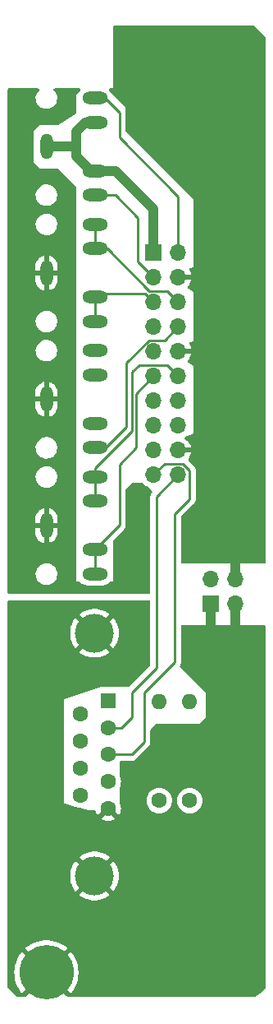
<source format=gbl>
%TF.GenerationSoftware,KiCad,Pcbnew,(6.0.0)*%
%TF.CreationDate,2022-03-13T21:14:02-04:00*%
%TF.ProjectId,PCI bracket board,50434920-6272-4616-936b-657420626f61,rev?*%
%TF.SameCoordinates,Original*%
%TF.FileFunction,Copper,L2,Bot*%
%TF.FilePolarity,Positive*%
%FSLAX46Y46*%
G04 Gerber Fmt 4.6, Leading zero omitted, Abs format (unit mm)*
G04 Created by KiCad (PCBNEW (6.0.0)) date 2022-03-13 21:14:02*
%MOMM*%
%LPD*%
G01*
G04 APERTURE LIST*
%TA.AperFunction,ComponentPad*%
%ADD10O,1.308000X2.616000*%
%TD*%
%TA.AperFunction,ComponentPad*%
%ADD11O,2.616000X1.308000*%
%TD*%
%TA.AperFunction,ComponentPad*%
%ADD12R,1.700000X1.700000*%
%TD*%
%TA.AperFunction,ComponentPad*%
%ADD13O,1.700000X1.700000*%
%TD*%
%TA.AperFunction,ComponentPad*%
%ADD14C,4.000000*%
%TD*%
%TA.AperFunction,ComponentPad*%
%ADD15R,1.600000X1.600000*%
%TD*%
%TA.AperFunction,ComponentPad*%
%ADD16C,1.600000*%
%TD*%
%TA.AperFunction,ComponentPad*%
%ADD17O,1.600000X1.600000*%
%TD*%
%TA.AperFunction,ComponentPad*%
%ADD18C,5.600000*%
%TD*%
%TA.AperFunction,ViaPad*%
%ADD19C,0.800000*%
%TD*%
%TA.AperFunction,Conductor*%
%ADD20C,1.000000*%
%TD*%
%TA.AperFunction,Conductor*%
%ADD21C,0.250000*%
%TD*%
G04 APERTURE END LIST*
D10*
%TO.P,J4,1*%
%TO.N,GNDA*%
X4503800Y-26000000D03*
D11*
%TO.P,J4,2*%
%TO.N,/Line out left*%
X9503800Y-31000000D03*
%TO.P,J4,3*%
%TO.N,/Line out right*%
X9503800Y-21000000D03*
%TO.P,J4,10*%
%TO.N,/Line out left*%
X9503800Y-28500000D03*
%TO.P,J4,11*%
%TO.N,/Line out right*%
X9503800Y-23500000D03*
%TD*%
D12*
%TO.P,J1,1,Pin_1*%
%TO.N,GNDD*%
X21508800Y-60076000D03*
D13*
%TO.P,J1,2,Pin_2*%
%TO.N,unconnected-(J1-Pad2)*%
X21508800Y-57536000D03*
%TO.P,J1,3,Pin_3*%
%TO.N,GNDD*%
X24048800Y-60076000D03*
%TO.P,J1,4,Pin_4*%
%TO.N,GNDA*%
X24048800Y-57536000D03*
%TD*%
D14*
%TO.P,J7,0,PAD*%
%TO.N,GNDD*%
X9466331Y-88080400D03*
X9466331Y-63080400D03*
D15*
%TO.P,J7,1,1*%
%TO.N,Net-(J7-Pad1)*%
X10886331Y-70040400D03*
D16*
%TO.P,J7,2,2*%
%TO.N,/Rx*%
X10886331Y-72810400D03*
%TO.P,J7,3,3*%
%TO.N,/Tx*%
X10886331Y-75580400D03*
%TO.P,J7,4,4*%
%TO.N,Net-(J7-Pad4)*%
X10886331Y-78350400D03*
%TO.P,J7,5,5*%
%TO.N,GNDD*%
X10886331Y-81120400D03*
%TO.P,J7,6,6*%
%TO.N,Net-(J7-Pad1)*%
X8046331Y-71425400D03*
%TO.P,J7,7,7*%
%TO.N,Net-(J7-Pad7)*%
X8046331Y-74195400D03*
%TO.P,J7,8,8*%
%TO.N,Net-(J7-Pad8)*%
X8046331Y-76965400D03*
%TO.P,J7,9,9*%
%TO.N,unconnected-(J7-Pad9)*%
X8046331Y-79735400D03*
%TD*%
%TO.P,AR1,1*%
%TO.N,Net-(J7-Pad4)*%
X16154400Y-80314800D03*
D17*
%TO.P,AR1,2*%
%TO.N,Net-(J7-Pad1)*%
X16154400Y-70154800D03*
%TD*%
D12*
%TO.P,W8,1,Pin_1*%
%TO.N,/Mic pass through*%
X15584400Y-23931800D03*
D13*
%TO.P,W8,2,Pin_2*%
%TO.N,/Mic right*%
X18124400Y-23931800D03*
%TO.P,W8,3,Pin_3*%
%TO.N,/Mic left*%
X15584400Y-26471800D03*
%TO.P,W8,4,Pin_4*%
%TO.N,GNDA*%
X18124400Y-26471800D03*
%TO.P,W8,5,Pin_5*%
%TO.N,/Line out left*%
X15584400Y-29011800D03*
%TO.P,W8,6,Pin_6*%
%TO.N,/Line out right*%
X18124400Y-29011800D03*
%TO.P,W8,7,Pin_7*%
%TO.N,GNDA*%
X15584400Y-31551800D03*
%TO.P,W8,8,Pin_8*%
%TO.N,/Speaker in left*%
X18124400Y-31551800D03*
%TO.P,W8,9,Pin_9*%
%TO.N,/Speaker in right*%
X15584400Y-34091800D03*
%TO.P,W8,10,Pin_10*%
%TO.N,GNDA*%
X18124400Y-34091800D03*
%TO.P,W8,11,Pin_11*%
%TO.N,/Speaker out left*%
X15584400Y-36631800D03*
%TO.P,W8,12,Pin_12*%
%TO.N,/Speaker out right*%
X18124400Y-36631800D03*
%TO.P,W8,13,Pin_13*%
%TO.N,unconnected-(W8-Pad13)*%
X15584400Y-39171800D03*
%TO.P,W8,14,Pin_14*%
%TO.N,unconnected-(W8-Pad14)*%
X18124400Y-39171800D03*
%TO.P,W8,15,Pin_15*%
%TO.N,unconnected-(W8-Pad15)*%
X15584400Y-41711800D03*
%TO.P,W8,16,Pin_16*%
%TO.N,unconnected-(W8-Pad16)*%
X18124400Y-41711800D03*
%TO.P,W8,17,Pin_17*%
%TO.N,unconnected-(W8-Pad17)*%
X15584400Y-44251800D03*
%TO.P,W8,18,Pin_18*%
%TO.N,GNDA*%
X18124400Y-44251800D03*
%TO.P,W8,19,Pin_19*%
%TO.N,/Tx*%
X15584400Y-46791800D03*
%TO.P,W8,20,Pin_20*%
%TO.N,/Rx*%
X18124400Y-46791800D03*
%TD*%
D10*
%TO.P,J3,1*%
%TO.N,/Mic pass through*%
X4503800Y-13000000D03*
D11*
%TO.P,J3,2*%
%TO.N,/Mic left*%
X9503800Y-18000000D03*
%TO.P,J3,3*%
%TO.N,/Mic right*%
X9503800Y-8000000D03*
%TO.P,J3,10*%
%TO.N,/Mic pass through*%
X9503800Y-15500000D03*
%TO.P,J3,11*%
X9503800Y-10500000D03*
%TD*%
D10*
%TO.P,J6,1*%
%TO.N,GNDA*%
X4503800Y-52000000D03*
D11*
%TO.P,J6,2*%
%TO.N,/Speaker out left*%
X9503800Y-57000000D03*
%TO.P,J6,3*%
%TO.N,/Speaker out right*%
X9503800Y-47000000D03*
%TO.P,J6,10*%
%TO.N,/Speaker out left*%
X9503800Y-54500000D03*
%TO.P,J6,11*%
%TO.N,/Speaker out right*%
X9503800Y-49500000D03*
%TD*%
D16*
%TO.P,AR2,1*%
%TO.N,Net-(J7-Pad8)*%
X19304000Y-80314800D03*
D17*
%TO.P,AR2,2*%
%TO.N,Net-(J7-Pad7)*%
X19304000Y-70154800D03*
%TD*%
D18*
%TO.P,REF\u002A\u002A,1*%
%TO.N,GNDD*%
X4500000Y-98000000D03*
%TD*%
D10*
%TO.P,J5,1*%
%TO.N,GNDA*%
X4503800Y-39000000D03*
D11*
%TO.P,J5,2*%
%TO.N,/Speaker in left*%
X9503800Y-44000000D03*
%TO.P,J5,3*%
%TO.N,/Speaker in right*%
X9503800Y-34000000D03*
%TO.P,J5,10*%
%TO.N,GNDA*%
X9503800Y-41500000D03*
%TO.P,J5,11*%
X9503800Y-36500000D03*
%TD*%
D19*
%TO.N,GNDD*%
X16510000Y-97790000D03*
X1905000Y-86995000D03*
X25400000Y-76200000D03*
X4445000Y-68580000D03*
X1905000Y-92710000D03*
X20320000Y-95250000D03*
X1905000Y-76835000D03*
X1905000Y-60960000D03*
X16510000Y-95250000D03*
X16510000Y-92710000D03*
X1905000Y-81915000D03*
X16510000Y-89535000D03*
X25400000Y-97790000D03*
X1905000Y-66675000D03*
X25400000Y-90805000D03*
X25400000Y-83820000D03*
X25400000Y-70485000D03*
X1905000Y-71755000D03*
X20320000Y-97790000D03*
X20320000Y-92710000D03*
%TO.N,GNDA*%
X25400000Y-7620000D03*
X13335000Y-2540000D03*
X18415000Y-2540000D03*
X25400000Y-20955000D03*
X15240000Y-8890000D03*
X19050000Y-53975000D03*
X25400000Y-15240000D03*
X25400000Y-50800000D03*
X22225000Y-8890000D03*
X22225000Y-3175000D03*
X25400000Y-41275000D03*
X25400000Y-26670000D03*
X25400000Y-45720000D03*
X25400000Y-53975000D03*
X20955000Y-26670000D03*
X25400000Y-34290000D03*
%TD*%
D20*
%TO.N,GNDD*%
X21508800Y-65323800D02*
X21508800Y-60076000D01*
X24048800Y-67863800D02*
X21508800Y-65323800D01*
X24048800Y-69133800D02*
X25400000Y-70485000D01*
X24048800Y-67863800D02*
X24048800Y-69133800D01*
X24048800Y-60076000D02*
X24048800Y-67863800D01*
%TO.N,GNDA*%
X24048800Y-55326200D02*
X25400000Y-53975000D01*
X24048800Y-57536000D02*
X24048800Y-55326200D01*
%TO.N,/Mic pass through*%
X7620000Y-12700000D02*
X7620000Y-11430000D01*
X7320000Y-13000000D02*
X7620000Y-12700000D01*
X7620000Y-11430000D02*
X8550000Y-10500000D01*
X9150000Y-15500000D02*
X7620000Y-13970000D01*
X11690000Y-15500000D02*
X15584400Y-19394400D01*
X9503800Y-15500000D02*
X9150000Y-15500000D01*
X15584400Y-19394400D02*
X15584400Y-23931800D01*
X9503800Y-15500000D02*
X11690000Y-15500000D01*
X4503800Y-13000000D02*
X7320000Y-13000000D01*
X8550000Y-10500000D02*
X9503800Y-10500000D01*
X7620000Y-13970000D02*
X7620000Y-12700000D01*
D21*
%TO.N,/Mic left*%
X9503800Y-18000000D02*
X11650000Y-18000000D01*
X11650000Y-18000000D02*
X13970000Y-20320000D01*
X13970000Y-20320000D02*
X13970000Y-24857400D01*
X13970000Y-24857400D02*
X15584400Y-26471800D01*
%TO.N,/Mic right*%
X12065000Y-9525000D02*
X12065000Y-12065000D01*
X10540000Y-8000000D02*
X12065000Y-9525000D01*
X9503800Y-8000000D02*
X10540000Y-8000000D01*
X12065000Y-12065000D02*
X18124400Y-18124400D01*
X18124400Y-18124400D02*
X18124400Y-23931800D01*
%TO.N,/Line out left*%
X9842000Y-28161800D02*
X9503800Y-28500000D01*
X14734400Y-28161800D02*
X9842000Y-28161800D01*
X15584400Y-29011800D02*
X14734400Y-28161800D01*
X9503800Y-31000000D02*
X9503800Y-28500000D01*
%TO.N,/Line out right*%
X18124400Y-29011800D02*
X16949889Y-27837289D01*
X15137289Y-27837289D02*
X10800000Y-23500000D01*
X9503800Y-21000000D02*
X9503800Y-23500000D01*
X10800000Y-23500000D02*
X9503800Y-23500000D01*
X16949889Y-27837289D02*
X15137289Y-27837289D01*
%TO.N,/Speaker in left*%
X15097901Y-32917289D02*
X12789511Y-35225679D01*
X18124400Y-31551800D02*
X16758911Y-32917289D01*
X10610000Y-44000000D02*
X9503800Y-44000000D01*
X12789511Y-41820489D02*
X10610000Y-44000000D01*
X16758911Y-32917289D02*
X15097901Y-32917289D01*
X12789511Y-35225679D02*
X12789511Y-41820489D01*
%TO.N,/Speaker out left*%
X12065000Y-45720000D02*
X12065000Y-51938800D01*
X12065000Y-51938800D02*
X9503800Y-54500000D01*
X13784520Y-44000480D02*
X12065000Y-45720000D01*
X15584400Y-36631800D02*
X13784520Y-38431680D01*
X13784520Y-38431680D02*
X13784520Y-44000480D01*
X9503800Y-57000000D02*
X9503800Y-54500000D01*
%TO.N,/Speaker out right*%
X9503800Y-49500000D02*
X9503800Y-47000000D01*
X14072711Y-35457289D02*
X13335000Y-36195000D01*
X9503800Y-46096000D02*
X9503800Y-47000000D01*
X13335000Y-36195000D02*
X13335000Y-42264800D01*
X13335000Y-42264800D02*
X9503800Y-46096000D01*
X18124400Y-36631800D02*
X16949889Y-35457289D01*
X16949889Y-35457289D02*
X14072711Y-35457289D01*
%TO.N,/Rx*%
X13335000Y-69215000D02*
X15875000Y-66675000D01*
X15875000Y-66675000D02*
X15875000Y-49041200D01*
X13335000Y-71755000D02*
X13335000Y-69215000D01*
X12279600Y-72810400D02*
X13335000Y-71755000D01*
X10886331Y-72810400D02*
X12279600Y-72810400D01*
X15875000Y-49041200D02*
X18124400Y-46791800D01*
%TO.N,/Tx*%
X19298911Y-46305301D02*
X18610899Y-45617289D01*
X16758911Y-45617289D02*
X15584400Y-46791800D01*
X14605000Y-74295000D02*
X14605000Y-69215000D01*
X10886331Y-75580400D02*
X13319600Y-75580400D01*
X17780000Y-66040000D02*
X17780000Y-50800000D01*
X13319600Y-75580400D02*
X14605000Y-74295000D01*
X19298911Y-49281089D02*
X19298911Y-46305301D01*
X18610899Y-45617289D02*
X16758911Y-45617289D01*
X14605000Y-69215000D02*
X17780000Y-66040000D01*
X17780000Y-50800000D02*
X19298911Y-49281089D01*
%TD*%
%TA.AperFunction,Conductor*%
%TO.N,GNDA*%
G36*
X3708861Y-7005002D02*
G01*
X3755354Y-7058658D01*
X3765458Y-7128932D01*
X3735964Y-7193512D01*
X3735878Y-7193602D01*
X3735880Y-7193604D01*
X3597248Y-7353363D01*
X3594248Y-7358549D01*
X3594245Y-7358553D01*
X3547112Y-7440026D01*
X3491327Y-7536454D01*
X3421939Y-7736271D01*
X3391587Y-7945604D01*
X3401367Y-8156899D01*
X3450925Y-8362534D01*
X3453407Y-8367992D01*
X3453408Y-8367996D01*
X3496853Y-8463546D01*
X3538474Y-8555087D01*
X3660854Y-8727611D01*
X3813650Y-8873881D01*
X3991348Y-8988620D01*
X3996914Y-8990863D01*
X4181968Y-9065442D01*
X4181971Y-9065443D01*
X4187537Y-9067686D01*
X4395137Y-9108228D01*
X4400699Y-9108500D01*
X4556646Y-9108500D01*
X4714366Y-9093452D01*
X4917334Y-9033908D01*
X5000911Y-8990863D01*
X5100049Y-8939804D01*
X5100052Y-8939802D01*
X5105380Y-8937058D01*
X5271720Y-8806396D01*
X5275652Y-8801865D01*
X5275655Y-8801862D01*
X5406421Y-8651167D01*
X5410352Y-8646637D01*
X5413352Y-8641451D01*
X5413355Y-8641447D01*
X5513267Y-8468742D01*
X5516273Y-8463546D01*
X5585661Y-8263729D01*
X5616013Y-8054396D01*
X5606233Y-7843101D01*
X5556675Y-7637466D01*
X5542909Y-7607188D01*
X5471606Y-7450368D01*
X5469126Y-7444913D01*
X5346746Y-7272389D01*
X5342419Y-7268247D01*
X5342414Y-7268241D01*
X5273236Y-7202018D01*
X5237859Y-7140463D01*
X5241378Y-7069554D01*
X5282674Y-7011803D01*
X5348637Y-6985547D01*
X5360366Y-6985000D01*
X7916792Y-6985000D01*
X7984913Y-7005002D01*
X8031406Y-7058658D01*
X8041510Y-7128932D01*
X8009317Y-7196528D01*
X8004243Y-7202018D01*
X7939193Y-7272389D01*
X7923576Y-7289283D01*
X7920494Y-7294168D01*
X7884685Y-7350922D01*
X7867218Y-7372782D01*
X7620000Y-7620000D01*
X7620000Y-9457567D01*
X7599998Y-9525688D01*
X7563892Y-9562405D01*
X5746743Y-10773838D01*
X5676851Y-10795000D01*
X3810000Y-10795000D01*
X3175000Y-11430000D01*
X3175000Y-14605000D01*
X3810000Y-15240000D01*
X5662810Y-15240000D01*
X5730931Y-15260002D01*
X5751905Y-15276905D01*
X7583095Y-17108095D01*
X7617121Y-17170407D01*
X7620000Y-17197190D01*
X7620000Y-57785000D01*
X7934820Y-57785000D01*
X8002941Y-57805002D01*
X8029552Y-57827923D01*
X8042348Y-57842514D01*
X8042352Y-57842518D01*
X8046160Y-57846860D01*
X8213945Y-57979131D01*
X8219056Y-57981820D01*
X8219059Y-57981822D01*
X8238376Y-57991985D01*
X8403025Y-58078611D01*
X8408546Y-58080325D01*
X8408550Y-58080327D01*
X8601552Y-58140256D01*
X8601557Y-58140257D01*
X8607067Y-58141968D01*
X8637518Y-58145572D01*
X8776855Y-58162064D01*
X8776861Y-58162064D01*
X8780542Y-58162500D01*
X10211996Y-58162500D01*
X10321940Y-58152397D01*
X10364801Y-58148459D01*
X10364803Y-58148459D01*
X10370556Y-58147930D01*
X10514417Y-58107357D01*
X10570628Y-58091504D01*
X10570630Y-58091503D01*
X10576187Y-58089936D01*
X10581363Y-58087384D01*
X10581367Y-58087382D01*
X10762626Y-57997995D01*
X10767807Y-57995440D01*
X10773937Y-57990863D01*
X10934373Y-57871060D01*
X10934374Y-57871059D01*
X10938997Y-57867607D01*
X10977947Y-57825471D01*
X11038876Y-57789026D01*
X11070472Y-57785000D01*
X11430000Y-57785000D01*
X11430000Y-53521895D01*
X11450002Y-53453774D01*
X11466905Y-53432800D01*
X12457253Y-52442452D01*
X12465539Y-52434912D01*
X12472018Y-52430800D01*
X12518644Y-52381148D01*
X12521398Y-52378307D01*
X12541135Y-52358570D01*
X12543615Y-52355373D01*
X12551320Y-52346351D01*
X12576159Y-52319900D01*
X12581586Y-52314121D01*
X12585405Y-52307175D01*
X12585407Y-52307172D01*
X12591348Y-52296366D01*
X12602199Y-52279847D01*
X12609758Y-52270101D01*
X12614614Y-52263841D01*
X12617759Y-52256572D01*
X12617762Y-52256568D01*
X12632174Y-52223263D01*
X12637391Y-52212613D01*
X12658695Y-52173860D01*
X12663733Y-52154237D01*
X12670137Y-52135534D01*
X12675031Y-52124225D01*
X12675032Y-52124223D01*
X12678181Y-52116945D01*
X12679422Y-52109112D01*
X12681632Y-52101504D01*
X12682731Y-52101823D01*
X12690256Y-52079744D01*
X12700000Y-52070000D01*
X12700000Y-51989106D01*
X12701551Y-51969396D01*
X12701980Y-51966687D01*
X12701980Y-51966686D01*
X12703220Y-51958857D01*
X12700559Y-51930706D01*
X12700000Y-51918849D01*
X12700000Y-48312190D01*
X12720002Y-48244069D01*
X12736905Y-48223095D01*
X13298095Y-47661905D01*
X13360407Y-47627879D01*
X13387190Y-47625000D01*
X14451184Y-47625000D01*
X14519305Y-47645002D01*
X14546421Y-47668502D01*
X14627265Y-47761831D01*
X14627269Y-47761835D01*
X14630650Y-47765738D01*
X14802526Y-47908432D01*
X14845175Y-47933354D01*
X14995174Y-48021006D01*
X15020699Y-48040699D01*
X15411053Y-48431053D01*
X15445079Y-48493365D01*
X15440014Y-48564180D01*
X15411054Y-48609241D01*
X15398865Y-48621430D01*
X15396385Y-48624627D01*
X15388682Y-48633647D01*
X15358414Y-48665879D01*
X15354595Y-48672825D01*
X15354593Y-48672828D01*
X15348652Y-48683634D01*
X15337801Y-48700153D01*
X15325386Y-48716159D01*
X15322241Y-48723428D01*
X15322238Y-48723432D01*
X15307826Y-48756737D01*
X15302609Y-48767387D01*
X15281305Y-48806140D01*
X15279334Y-48813815D01*
X15279334Y-48813816D01*
X15276267Y-48825762D01*
X15269863Y-48844466D01*
X15261819Y-48863055D01*
X15260580Y-48870878D01*
X15260577Y-48870888D01*
X15254901Y-48906724D01*
X15252495Y-48918344D01*
X15241500Y-48961170D01*
X15241500Y-48981424D01*
X15239949Y-49001134D01*
X15236780Y-49021143D01*
X15237526Y-49029035D01*
X15240941Y-49065161D01*
X15241500Y-49077019D01*
X15241500Y-55873104D01*
X15240759Y-55880000D01*
X15240000Y-55880000D01*
X15240000Y-58929000D01*
X15219998Y-58997121D01*
X15166342Y-59043614D01*
X15114000Y-59055000D01*
X634000Y-59055000D01*
X565879Y-59034998D01*
X519386Y-58981342D01*
X508000Y-58929000D01*
X508000Y-56945604D01*
X3391587Y-56945604D01*
X3401367Y-57156899D01*
X3450925Y-57362534D01*
X3453407Y-57367992D01*
X3453408Y-57367996D01*
X3496853Y-57463546D01*
X3538474Y-57555087D01*
X3660854Y-57727611D01*
X3813650Y-57873881D01*
X3991348Y-57988620D01*
X4051446Y-58012840D01*
X4181968Y-58065442D01*
X4181971Y-58065443D01*
X4187537Y-58067686D01*
X4395137Y-58108228D01*
X4400699Y-58108500D01*
X4556646Y-58108500D01*
X4714366Y-58093452D01*
X4917334Y-58033908D01*
X4922662Y-58031164D01*
X5100049Y-57939804D01*
X5100052Y-57939802D01*
X5105380Y-57937058D01*
X5271720Y-57806396D01*
X5275652Y-57801865D01*
X5275655Y-57801862D01*
X5406421Y-57651167D01*
X5410352Y-57646637D01*
X5413352Y-57641451D01*
X5413355Y-57641447D01*
X5513267Y-57468742D01*
X5516273Y-57463546D01*
X5585661Y-57263729D01*
X5609879Y-57096702D01*
X5615152Y-57060336D01*
X5615152Y-57060333D01*
X5616013Y-57054396D01*
X5606233Y-56843101D01*
X5556675Y-56637466D01*
X5513325Y-56542122D01*
X5471606Y-56450368D01*
X5469126Y-56444913D01*
X5346746Y-56272389D01*
X5193950Y-56126119D01*
X5016252Y-56011380D01*
X4956154Y-55987160D01*
X4825632Y-55934558D01*
X4825629Y-55934557D01*
X4820063Y-55932314D01*
X4612463Y-55891772D01*
X4606901Y-55891500D01*
X4450954Y-55891500D01*
X4293234Y-55906548D01*
X4090266Y-55966092D01*
X4084939Y-55968836D01*
X4084938Y-55968836D01*
X3907551Y-56060196D01*
X3907548Y-56060198D01*
X3902220Y-56062942D01*
X3735880Y-56193604D01*
X3731948Y-56198135D01*
X3731945Y-56198138D01*
X3613354Y-56334802D01*
X3597248Y-56353363D01*
X3594248Y-56358549D01*
X3594245Y-56358553D01*
X3547112Y-56440026D01*
X3491327Y-56536454D01*
X3421939Y-56736271D01*
X3391587Y-56945604D01*
X508000Y-56945604D01*
X508000Y-52705278D01*
X3341800Y-52705278D01*
X3342066Y-52711067D01*
X3355834Y-52860908D01*
X3357932Y-52872229D01*
X3412762Y-53066643D01*
X3416887Y-53077390D01*
X3506234Y-53258565D01*
X3512246Y-53268374D01*
X3633104Y-53430225D01*
X3640811Y-53438785D01*
X3789149Y-53575907D01*
X3798274Y-53582908D01*
X3969120Y-53690704D01*
X3979364Y-53695924D01*
X4166997Y-53770782D01*
X4178026Y-53774049D01*
X4232032Y-53784791D01*
X4244906Y-53783639D01*
X4248874Y-53771353D01*
X4757800Y-53771353D01*
X4761606Y-53784315D01*
X4776522Y-53786251D01*
X4800139Y-53782193D01*
X4811259Y-53779213D01*
X5000781Y-53709295D01*
X5011159Y-53704345D01*
X5184767Y-53601059D01*
X5194076Y-53594295D01*
X5345957Y-53461100D01*
X5353867Y-53452765D01*
X5478932Y-53294121D01*
X5485203Y-53284464D01*
X5579254Y-53105702D01*
X5583662Y-53095059D01*
X5643565Y-52902143D01*
X5645955Y-52890899D01*
X5665364Y-52726915D01*
X5665800Y-52719512D01*
X5665800Y-52272115D01*
X5661325Y-52256876D01*
X5659935Y-52255671D01*
X5652252Y-52254000D01*
X4775915Y-52254000D01*
X4760676Y-52258475D01*
X4759471Y-52259865D01*
X4757800Y-52267548D01*
X4757800Y-53771353D01*
X4248874Y-53771353D01*
X4249800Y-53768484D01*
X4249800Y-52272115D01*
X4245325Y-52256876D01*
X4243935Y-52255671D01*
X4236252Y-52254000D01*
X3359915Y-52254000D01*
X3344676Y-52258475D01*
X3343471Y-52259865D01*
X3341800Y-52267548D01*
X3341800Y-52705278D01*
X508000Y-52705278D01*
X508000Y-51727885D01*
X3341800Y-51727885D01*
X3346275Y-51743124D01*
X3347665Y-51744329D01*
X3355348Y-51746000D01*
X4231685Y-51746000D01*
X4246924Y-51741525D01*
X4248129Y-51740135D01*
X4249800Y-51732452D01*
X4249800Y-51727885D01*
X4757800Y-51727885D01*
X4762275Y-51743124D01*
X4763665Y-51744329D01*
X4771348Y-51746000D01*
X5647685Y-51746000D01*
X5662924Y-51741525D01*
X5664129Y-51740135D01*
X5665800Y-51732452D01*
X5665800Y-51294722D01*
X5665534Y-51288933D01*
X5651766Y-51139092D01*
X5649668Y-51127771D01*
X5594838Y-50933357D01*
X5590713Y-50922610D01*
X5501366Y-50741435D01*
X5495354Y-50731626D01*
X5374496Y-50569775D01*
X5366789Y-50561215D01*
X5218451Y-50424093D01*
X5209326Y-50417092D01*
X5038480Y-50309296D01*
X5028236Y-50304076D01*
X4840603Y-50229218D01*
X4829574Y-50225951D01*
X4775568Y-50215209D01*
X4762694Y-50216361D01*
X4757800Y-50231516D01*
X4757800Y-51727885D01*
X4249800Y-51727885D01*
X4249800Y-50228647D01*
X4245994Y-50215685D01*
X4231078Y-50213749D01*
X4207461Y-50217807D01*
X4196341Y-50220787D01*
X4006819Y-50290705D01*
X3996441Y-50295655D01*
X3822833Y-50398941D01*
X3813524Y-50405705D01*
X3661643Y-50538900D01*
X3653733Y-50547235D01*
X3528668Y-50705879D01*
X3522397Y-50715536D01*
X3428346Y-50894298D01*
X3423938Y-50904941D01*
X3364035Y-51097857D01*
X3361645Y-51109101D01*
X3342236Y-51273085D01*
X3341800Y-51280488D01*
X3341800Y-51727885D01*
X508000Y-51727885D01*
X508000Y-46945604D01*
X3391587Y-46945604D01*
X3401367Y-47156899D01*
X3450925Y-47362534D01*
X3453407Y-47367992D01*
X3453408Y-47367996D01*
X3496853Y-47463546D01*
X3538474Y-47555087D01*
X3660854Y-47727611D01*
X3813650Y-47873881D01*
X3991348Y-47988620D01*
X3996914Y-47990863D01*
X4181968Y-48065442D01*
X4181971Y-48065443D01*
X4187537Y-48067686D01*
X4395137Y-48108228D01*
X4400699Y-48108500D01*
X4556646Y-48108500D01*
X4714366Y-48093452D01*
X4917334Y-48033908D01*
X4922662Y-48031164D01*
X5100049Y-47939804D01*
X5100052Y-47939802D01*
X5105380Y-47937058D01*
X5271720Y-47806396D01*
X5275652Y-47801865D01*
X5275655Y-47801862D01*
X5406421Y-47651167D01*
X5410352Y-47646637D01*
X5413352Y-47641451D01*
X5413355Y-47641447D01*
X5513267Y-47468742D01*
X5516273Y-47463546D01*
X5585661Y-47263729D01*
X5616013Y-47054396D01*
X5606233Y-46843101D01*
X5556675Y-46637466D01*
X5513325Y-46542122D01*
X5471606Y-46450368D01*
X5469126Y-46444913D01*
X5363019Y-46295329D01*
X5350212Y-46277275D01*
X5350211Y-46277274D01*
X5346746Y-46272389D01*
X5223456Y-46154365D01*
X5198280Y-46130264D01*
X5193950Y-46126119D01*
X5016252Y-46011380D01*
X4956154Y-45987160D01*
X4825632Y-45934558D01*
X4825629Y-45934557D01*
X4820063Y-45932314D01*
X4612463Y-45891772D01*
X4606901Y-45891500D01*
X4450954Y-45891500D01*
X4293234Y-45906548D01*
X4090266Y-45966092D01*
X4084939Y-45968836D01*
X4084938Y-45968836D01*
X3907551Y-46060196D01*
X3907548Y-46060198D01*
X3902220Y-46062942D01*
X3735880Y-46193604D01*
X3731948Y-46198135D01*
X3731945Y-46198138D01*
X3663274Y-46277275D01*
X3597248Y-46353363D01*
X3594248Y-46358549D01*
X3594245Y-46358553D01*
X3547112Y-46440026D01*
X3491327Y-46536454D01*
X3421939Y-46736271D01*
X3391587Y-46945604D01*
X508000Y-46945604D01*
X508000Y-43945604D01*
X3391587Y-43945604D01*
X3401367Y-44156899D01*
X3450925Y-44362534D01*
X3453407Y-44367992D01*
X3453408Y-44367996D01*
X3496853Y-44463546D01*
X3538474Y-44555087D01*
X3660854Y-44727611D01*
X3813650Y-44873881D01*
X3991348Y-44988620D01*
X4029779Y-45004108D01*
X4181968Y-45065442D01*
X4181971Y-45065443D01*
X4187537Y-45067686D01*
X4395137Y-45108228D01*
X4400699Y-45108500D01*
X4556646Y-45108500D01*
X4714366Y-45093452D01*
X4917334Y-45033908D01*
X4951930Y-45016090D01*
X5100049Y-44939804D01*
X5100052Y-44939802D01*
X5105380Y-44937058D01*
X5271720Y-44806396D01*
X5275652Y-44801865D01*
X5275655Y-44801862D01*
X5406421Y-44651167D01*
X5410352Y-44646637D01*
X5413352Y-44641451D01*
X5413355Y-44641447D01*
X5513267Y-44468742D01*
X5516273Y-44463546D01*
X5585661Y-44263729D01*
X5616013Y-44054396D01*
X5606233Y-43843101D01*
X5556675Y-43637466D01*
X5545376Y-43612614D01*
X5471606Y-43450368D01*
X5469126Y-43444913D01*
X5346746Y-43272389D01*
X5193950Y-43126119D01*
X5016252Y-43011380D01*
X4940805Y-42980974D01*
X4825632Y-42934558D01*
X4825629Y-42934557D01*
X4820063Y-42932314D01*
X4612463Y-42891772D01*
X4606901Y-42891500D01*
X4450954Y-42891500D01*
X4293234Y-42906548D01*
X4090266Y-42966092D01*
X4084939Y-42968836D01*
X4084938Y-42968836D01*
X3907551Y-43060196D01*
X3907548Y-43060198D01*
X3902220Y-43062942D01*
X3735880Y-43193604D01*
X3731948Y-43198135D01*
X3731945Y-43198138D01*
X3663274Y-43277275D01*
X3597248Y-43353363D01*
X3594248Y-43358549D01*
X3594245Y-43358553D01*
X3560689Y-43416557D01*
X3491327Y-43536454D01*
X3421939Y-43736271D01*
X3391587Y-43945604D01*
X508000Y-43945604D01*
X508000Y-39705278D01*
X3341800Y-39705278D01*
X3342066Y-39711067D01*
X3355834Y-39860908D01*
X3357932Y-39872229D01*
X3412762Y-40066643D01*
X3416887Y-40077390D01*
X3506234Y-40258565D01*
X3512246Y-40268374D01*
X3633104Y-40430225D01*
X3640811Y-40438785D01*
X3789149Y-40575907D01*
X3798274Y-40582908D01*
X3969120Y-40690704D01*
X3979364Y-40695924D01*
X4166997Y-40770782D01*
X4178026Y-40774049D01*
X4232032Y-40784791D01*
X4244906Y-40783639D01*
X4248874Y-40771353D01*
X4757800Y-40771353D01*
X4761606Y-40784315D01*
X4776522Y-40786251D01*
X4800139Y-40782193D01*
X4811259Y-40779213D01*
X5000781Y-40709295D01*
X5011159Y-40704345D01*
X5184767Y-40601059D01*
X5194076Y-40594295D01*
X5345957Y-40461100D01*
X5353867Y-40452765D01*
X5478932Y-40294121D01*
X5485203Y-40284464D01*
X5579254Y-40105702D01*
X5583662Y-40095059D01*
X5643565Y-39902143D01*
X5645955Y-39890899D01*
X5665364Y-39726915D01*
X5665800Y-39719512D01*
X5665800Y-39272115D01*
X5661325Y-39256876D01*
X5659935Y-39255671D01*
X5652252Y-39254000D01*
X4775915Y-39254000D01*
X4760676Y-39258475D01*
X4759471Y-39259865D01*
X4757800Y-39267548D01*
X4757800Y-40771353D01*
X4248874Y-40771353D01*
X4249800Y-40768484D01*
X4249800Y-39272115D01*
X4245325Y-39256876D01*
X4243935Y-39255671D01*
X4236252Y-39254000D01*
X3359915Y-39254000D01*
X3344676Y-39258475D01*
X3343471Y-39259865D01*
X3341800Y-39267548D01*
X3341800Y-39705278D01*
X508000Y-39705278D01*
X508000Y-38727885D01*
X3341800Y-38727885D01*
X3346275Y-38743124D01*
X3347665Y-38744329D01*
X3355348Y-38746000D01*
X4231685Y-38746000D01*
X4246924Y-38741525D01*
X4248129Y-38740135D01*
X4249800Y-38732452D01*
X4249800Y-38727885D01*
X4757800Y-38727885D01*
X4762275Y-38743124D01*
X4763665Y-38744329D01*
X4771348Y-38746000D01*
X5647685Y-38746000D01*
X5662924Y-38741525D01*
X5664129Y-38740135D01*
X5665800Y-38732452D01*
X5665800Y-38294722D01*
X5665534Y-38288933D01*
X5651766Y-38139092D01*
X5649668Y-38127771D01*
X5594838Y-37933357D01*
X5590713Y-37922610D01*
X5501366Y-37741435D01*
X5495354Y-37731626D01*
X5374496Y-37569775D01*
X5366789Y-37561215D01*
X5218451Y-37424093D01*
X5209326Y-37417092D01*
X5038480Y-37309296D01*
X5028236Y-37304076D01*
X4840603Y-37229218D01*
X4829574Y-37225951D01*
X4775568Y-37215209D01*
X4762694Y-37216361D01*
X4757800Y-37231516D01*
X4757800Y-38727885D01*
X4249800Y-38727885D01*
X4249800Y-37228647D01*
X4245994Y-37215685D01*
X4231078Y-37213749D01*
X4207461Y-37217807D01*
X4196341Y-37220787D01*
X4006819Y-37290705D01*
X3996441Y-37295655D01*
X3822833Y-37398941D01*
X3813524Y-37405705D01*
X3661643Y-37538900D01*
X3653733Y-37547235D01*
X3528668Y-37705879D01*
X3522397Y-37715536D01*
X3428346Y-37894298D01*
X3423938Y-37904941D01*
X3364035Y-38097857D01*
X3361645Y-38109101D01*
X3342236Y-38273085D01*
X3341800Y-38280488D01*
X3341800Y-38727885D01*
X508000Y-38727885D01*
X508000Y-33945604D01*
X3391587Y-33945604D01*
X3401367Y-34156899D01*
X3402771Y-34162724D01*
X3402771Y-34162725D01*
X3447803Y-34349578D01*
X3450925Y-34362534D01*
X3453407Y-34367992D01*
X3453408Y-34367996D01*
X3496853Y-34463546D01*
X3538474Y-34555087D01*
X3660854Y-34727611D01*
X3813650Y-34873881D01*
X3991348Y-34988620D01*
X3996914Y-34990863D01*
X4181968Y-35065442D01*
X4181971Y-35065443D01*
X4187537Y-35067686D01*
X4395137Y-35108228D01*
X4400699Y-35108500D01*
X4556646Y-35108500D01*
X4714366Y-35093452D01*
X4917334Y-35033908D01*
X5000911Y-34990863D01*
X5100049Y-34939804D01*
X5100052Y-34939802D01*
X5105380Y-34937058D01*
X5271720Y-34806396D01*
X5275652Y-34801865D01*
X5275655Y-34801862D01*
X5406421Y-34651167D01*
X5410352Y-34646637D01*
X5413352Y-34641451D01*
X5413355Y-34641447D01*
X5513267Y-34468742D01*
X5516273Y-34463546D01*
X5585661Y-34263729D01*
X5586522Y-34257792D01*
X5615152Y-34060336D01*
X5615152Y-34060333D01*
X5616013Y-34054396D01*
X5606233Y-33843101D01*
X5574619Y-33711923D01*
X5558081Y-33643299D01*
X5558080Y-33643297D01*
X5556675Y-33637466D01*
X5513325Y-33542122D01*
X5471606Y-33450368D01*
X5469126Y-33444913D01*
X5346746Y-33272389D01*
X5193950Y-33126119D01*
X5016252Y-33011380D01*
X4956154Y-32987160D01*
X4825632Y-32934558D01*
X4825629Y-32934557D01*
X4820063Y-32932314D01*
X4612463Y-32891772D01*
X4606901Y-32891500D01*
X4450954Y-32891500D01*
X4293234Y-32906548D01*
X4090266Y-32966092D01*
X4084939Y-32968836D01*
X4084938Y-32968836D01*
X3907551Y-33060196D01*
X3907548Y-33060198D01*
X3902220Y-33062942D01*
X3735880Y-33193604D01*
X3731948Y-33198135D01*
X3731945Y-33198138D01*
X3663274Y-33277275D01*
X3597248Y-33353363D01*
X3594248Y-33358549D01*
X3594245Y-33358553D01*
X3547112Y-33440026D01*
X3491327Y-33536454D01*
X3421939Y-33736271D01*
X3421078Y-33742206D01*
X3421078Y-33742208D01*
X3409111Y-33824747D01*
X3391587Y-33945604D01*
X508000Y-33945604D01*
X508000Y-30945604D01*
X3391587Y-30945604D01*
X3401367Y-31156899D01*
X3450925Y-31362534D01*
X3453407Y-31367992D01*
X3453408Y-31367996D01*
X3496853Y-31463546D01*
X3538474Y-31555087D01*
X3660854Y-31727611D01*
X3813650Y-31873881D01*
X3991348Y-31988620D01*
X3996914Y-31990863D01*
X4181968Y-32065442D01*
X4181971Y-32065443D01*
X4187537Y-32067686D01*
X4395137Y-32108228D01*
X4400699Y-32108500D01*
X4556646Y-32108500D01*
X4714366Y-32093452D01*
X4917334Y-32033908D01*
X5000911Y-31990863D01*
X5100049Y-31939804D01*
X5100052Y-31939802D01*
X5105380Y-31937058D01*
X5271720Y-31806396D01*
X5275652Y-31801865D01*
X5275655Y-31801862D01*
X5406421Y-31651167D01*
X5410352Y-31646637D01*
X5413352Y-31641451D01*
X5413355Y-31641447D01*
X5513267Y-31468742D01*
X5516273Y-31463546D01*
X5585661Y-31263729D01*
X5616013Y-31054396D01*
X5606233Y-30843101D01*
X5556675Y-30637466D01*
X5513325Y-30542122D01*
X5471606Y-30450368D01*
X5469126Y-30444913D01*
X5346746Y-30272389D01*
X5193950Y-30126119D01*
X5016252Y-30011380D01*
X4956154Y-29987160D01*
X4825632Y-29934558D01*
X4825629Y-29934557D01*
X4820063Y-29932314D01*
X4612463Y-29891772D01*
X4606901Y-29891500D01*
X4450954Y-29891500D01*
X4293234Y-29906548D01*
X4090266Y-29966092D01*
X4084939Y-29968836D01*
X4084938Y-29968836D01*
X3907551Y-30060196D01*
X3907548Y-30060198D01*
X3902220Y-30062942D01*
X3735880Y-30193604D01*
X3731948Y-30198135D01*
X3731945Y-30198138D01*
X3663274Y-30277275D01*
X3597248Y-30353363D01*
X3594248Y-30358549D01*
X3594245Y-30358553D01*
X3547112Y-30440026D01*
X3491327Y-30536454D01*
X3421939Y-30736271D01*
X3391587Y-30945604D01*
X508000Y-30945604D01*
X508000Y-26705278D01*
X3341800Y-26705278D01*
X3342066Y-26711067D01*
X3355834Y-26860908D01*
X3357932Y-26872229D01*
X3412762Y-27066643D01*
X3416887Y-27077390D01*
X3506234Y-27258565D01*
X3512246Y-27268374D01*
X3633104Y-27430225D01*
X3640811Y-27438785D01*
X3789149Y-27575907D01*
X3798274Y-27582908D01*
X3969120Y-27690704D01*
X3979364Y-27695924D01*
X4166997Y-27770782D01*
X4178026Y-27774049D01*
X4232032Y-27784791D01*
X4244906Y-27783639D01*
X4248874Y-27771353D01*
X4757800Y-27771353D01*
X4761606Y-27784315D01*
X4776522Y-27786251D01*
X4800139Y-27782193D01*
X4811259Y-27779213D01*
X5000781Y-27709295D01*
X5011159Y-27704345D01*
X5184767Y-27601059D01*
X5194076Y-27594295D01*
X5345957Y-27461100D01*
X5353867Y-27452765D01*
X5478932Y-27294121D01*
X5485203Y-27284464D01*
X5579254Y-27105702D01*
X5583662Y-27095059D01*
X5643565Y-26902143D01*
X5645955Y-26890899D01*
X5665364Y-26726915D01*
X5665800Y-26719512D01*
X5665800Y-26272115D01*
X5661325Y-26256876D01*
X5659935Y-26255671D01*
X5652252Y-26254000D01*
X4775915Y-26254000D01*
X4760676Y-26258475D01*
X4759471Y-26259865D01*
X4757800Y-26267548D01*
X4757800Y-27771353D01*
X4248874Y-27771353D01*
X4249800Y-27768484D01*
X4249800Y-26272115D01*
X4245325Y-26256876D01*
X4243935Y-26255671D01*
X4236252Y-26254000D01*
X3359915Y-26254000D01*
X3344676Y-26258475D01*
X3343471Y-26259865D01*
X3341800Y-26267548D01*
X3341800Y-26705278D01*
X508000Y-26705278D01*
X508000Y-25727885D01*
X3341800Y-25727885D01*
X3346275Y-25743124D01*
X3347665Y-25744329D01*
X3355348Y-25746000D01*
X4231685Y-25746000D01*
X4246924Y-25741525D01*
X4248129Y-25740135D01*
X4249800Y-25732452D01*
X4249800Y-25727885D01*
X4757800Y-25727885D01*
X4762275Y-25743124D01*
X4763665Y-25744329D01*
X4771348Y-25746000D01*
X5647685Y-25746000D01*
X5662924Y-25741525D01*
X5664129Y-25740135D01*
X5665800Y-25732452D01*
X5665800Y-25294722D01*
X5665534Y-25288933D01*
X5651766Y-25139092D01*
X5649668Y-25127771D01*
X5594838Y-24933357D01*
X5590713Y-24922610D01*
X5501366Y-24741435D01*
X5495354Y-24731626D01*
X5374496Y-24569775D01*
X5366789Y-24561215D01*
X5218451Y-24424093D01*
X5209326Y-24417092D01*
X5038480Y-24309296D01*
X5028236Y-24304076D01*
X4840603Y-24229218D01*
X4829574Y-24225951D01*
X4775568Y-24215209D01*
X4762694Y-24216361D01*
X4757800Y-24231516D01*
X4757800Y-25727885D01*
X4249800Y-25727885D01*
X4249800Y-24228647D01*
X4245994Y-24215685D01*
X4231078Y-24213749D01*
X4207461Y-24217807D01*
X4196341Y-24220787D01*
X4006819Y-24290705D01*
X3996441Y-24295655D01*
X3822833Y-24398941D01*
X3813524Y-24405705D01*
X3661643Y-24538900D01*
X3653733Y-24547235D01*
X3528668Y-24705879D01*
X3522397Y-24715536D01*
X3428346Y-24894298D01*
X3423938Y-24904941D01*
X3364035Y-25097857D01*
X3361645Y-25109101D01*
X3342236Y-25273085D01*
X3341800Y-25280488D01*
X3341800Y-25727885D01*
X508000Y-25727885D01*
X508000Y-20945604D01*
X3391587Y-20945604D01*
X3401367Y-21156899D01*
X3450925Y-21362534D01*
X3453407Y-21367992D01*
X3453408Y-21367996D01*
X3496853Y-21463546D01*
X3538474Y-21555087D01*
X3660854Y-21727611D01*
X3813650Y-21873881D01*
X3991348Y-21988620D01*
X3996914Y-21990863D01*
X4181968Y-22065442D01*
X4181971Y-22065443D01*
X4187537Y-22067686D01*
X4395137Y-22108228D01*
X4400699Y-22108500D01*
X4556646Y-22108500D01*
X4714366Y-22093452D01*
X4917334Y-22033908D01*
X5000911Y-21990863D01*
X5100049Y-21939804D01*
X5100052Y-21939802D01*
X5105380Y-21937058D01*
X5271720Y-21806396D01*
X5275652Y-21801865D01*
X5275655Y-21801862D01*
X5406421Y-21651167D01*
X5410352Y-21646637D01*
X5413352Y-21641451D01*
X5413355Y-21641447D01*
X5513267Y-21468742D01*
X5516273Y-21463546D01*
X5585661Y-21263729D01*
X5616013Y-21054396D01*
X5606233Y-20843101D01*
X5556675Y-20637466D01*
X5513325Y-20542122D01*
X5471606Y-20450368D01*
X5469126Y-20444913D01*
X5346746Y-20272389D01*
X5193950Y-20126119D01*
X5016252Y-20011380D01*
X4956154Y-19987160D01*
X4825632Y-19934558D01*
X4825629Y-19934557D01*
X4820063Y-19932314D01*
X4612463Y-19891772D01*
X4606901Y-19891500D01*
X4450954Y-19891500D01*
X4293234Y-19906548D01*
X4090266Y-19966092D01*
X4084939Y-19968836D01*
X4084938Y-19968836D01*
X3907551Y-20060196D01*
X3907548Y-20060198D01*
X3902220Y-20062942D01*
X3735880Y-20193604D01*
X3731948Y-20198135D01*
X3731945Y-20198138D01*
X3663274Y-20277275D01*
X3597248Y-20353363D01*
X3594248Y-20358549D01*
X3594245Y-20358553D01*
X3547112Y-20440026D01*
X3491327Y-20536454D01*
X3421939Y-20736271D01*
X3391587Y-20945604D01*
X508000Y-20945604D01*
X508000Y-17945604D01*
X3391587Y-17945604D01*
X3401367Y-18156899D01*
X3450925Y-18362534D01*
X3453407Y-18367992D01*
X3453408Y-18367996D01*
X3496853Y-18463546D01*
X3538474Y-18555087D01*
X3660854Y-18727611D01*
X3813650Y-18873881D01*
X3991348Y-18988620D01*
X3996914Y-18990863D01*
X4181968Y-19065442D01*
X4181971Y-19065443D01*
X4187537Y-19067686D01*
X4395137Y-19108228D01*
X4400699Y-19108500D01*
X4556646Y-19108500D01*
X4714366Y-19093452D01*
X4917334Y-19033908D01*
X5000911Y-18990863D01*
X5100049Y-18939804D01*
X5100052Y-18939802D01*
X5105380Y-18937058D01*
X5271720Y-18806396D01*
X5275652Y-18801865D01*
X5275655Y-18801862D01*
X5406421Y-18651167D01*
X5410352Y-18646637D01*
X5413352Y-18641451D01*
X5413355Y-18641447D01*
X5513267Y-18468742D01*
X5516273Y-18463546D01*
X5585661Y-18263729D01*
X5616013Y-18054396D01*
X5606233Y-17843101D01*
X5556675Y-17637466D01*
X5513325Y-17542122D01*
X5471606Y-17450368D01*
X5469126Y-17444913D01*
X5346746Y-17272389D01*
X5193950Y-17126119D01*
X5016252Y-17011380D01*
X4956154Y-16987160D01*
X4825632Y-16934558D01*
X4825629Y-16934557D01*
X4820063Y-16932314D01*
X4612463Y-16891772D01*
X4606901Y-16891500D01*
X4450954Y-16891500D01*
X4293234Y-16906548D01*
X4090266Y-16966092D01*
X4084939Y-16968836D01*
X4084938Y-16968836D01*
X3907551Y-17060196D01*
X3907548Y-17060198D01*
X3902220Y-17062942D01*
X3735880Y-17193604D01*
X3731948Y-17198135D01*
X3731945Y-17198138D01*
X3663274Y-17277275D01*
X3597248Y-17353363D01*
X3594248Y-17358549D01*
X3594245Y-17358553D01*
X3547112Y-17440026D01*
X3491327Y-17536454D01*
X3421939Y-17736271D01*
X3391587Y-17945604D01*
X508000Y-17945604D01*
X508000Y-7111000D01*
X528002Y-7042879D01*
X581658Y-6996386D01*
X634000Y-6985000D01*
X3640740Y-6985000D01*
X3708861Y-7005002D01*
G37*
%TD.AperFunction*%
%TA.AperFunction,Conductor*%
G36*
X25923931Y-528002D02*
G01*
X25944905Y-544905D01*
X27106995Y-1706995D01*
X27141021Y-1769307D01*
X27143900Y-1796090D01*
X27143900Y-55754000D01*
X27123898Y-55822121D01*
X27070242Y-55868614D01*
X27017900Y-55880000D01*
X18539500Y-55880000D01*
X18471379Y-55859998D01*
X18424886Y-55806342D01*
X18413500Y-55754000D01*
X18413500Y-51114594D01*
X18433502Y-51046473D01*
X18450405Y-51025499D01*
X19691158Y-49784746D01*
X19699448Y-49777202D01*
X19705929Y-49773089D01*
X19752570Y-49723421D01*
X19755324Y-49720580D01*
X19775046Y-49700858D01*
X19777523Y-49697665D01*
X19785228Y-49688644D01*
X19810070Y-49662189D01*
X19815497Y-49656410D01*
X19819318Y-49649460D01*
X19825257Y-49638657D01*
X19836113Y-49622130D01*
X19843668Y-49612391D01*
X19843669Y-49612389D01*
X19848525Y-49606129D01*
X19866085Y-49565549D01*
X19871302Y-49554901D01*
X19888786Y-49523098D01*
X19888787Y-49523096D01*
X19892606Y-49516149D01*
X19897644Y-49496526D01*
X19904048Y-49477823D01*
X19908944Y-49466509D01*
X19908944Y-49466508D01*
X19912092Y-49459234D01*
X19913331Y-49451411D01*
X19913334Y-49451401D01*
X19919010Y-49415565D01*
X19921416Y-49403945D01*
X19930439Y-49368800D01*
X19930439Y-49368799D01*
X19932411Y-49361119D01*
X19932411Y-49340865D01*
X19933962Y-49321154D01*
X19935891Y-49308975D01*
X19937131Y-49301146D01*
X19932970Y-49257127D01*
X19932411Y-49245270D01*
X19932411Y-46384068D01*
X19932938Y-46372885D01*
X19934613Y-46365392D01*
X19932473Y-46297301D01*
X19932411Y-46293344D01*
X19932411Y-46265445D01*
X19931907Y-46261454D01*
X19930974Y-46249612D01*
X19929834Y-46213337D01*
X19929585Y-46205412D01*
X19927373Y-46197798D01*
X19927372Y-46197793D01*
X19923934Y-46185960D01*
X19919923Y-46166596D01*
X19918378Y-46154365D01*
X19917385Y-46146504D01*
X19914468Y-46139137D01*
X19914467Y-46139132D01*
X19901109Y-46105393D01*
X19897265Y-46094166D01*
X19887141Y-46059323D01*
X19884929Y-46051708D01*
X19874618Y-46034273D01*
X19865923Y-46016525D01*
X19858463Y-45997684D01*
X19834286Y-45964406D01*
X19832475Y-45961914D01*
X19825959Y-45951994D01*
X19807491Y-45920766D01*
X19807489Y-45920763D01*
X19803453Y-45913939D01*
X19789132Y-45899618D01*
X19776291Y-45884584D01*
X19769043Y-45874608D01*
X19764383Y-45868194D01*
X19730318Y-45840013D01*
X19721537Y-45832023D01*
X19180256Y-45290741D01*
X19146231Y-45228429D01*
X19151296Y-45157613D01*
X19167030Y-45128120D01*
X19289403Y-44957820D01*
X19294713Y-44948983D01*
X19389070Y-44758067D01*
X19392869Y-44748472D01*
X19454777Y-44544710D01*
X19456955Y-44534637D01*
X19458386Y-44523762D01*
X19456175Y-44509578D01*
X19443017Y-44505800D01*
X17996400Y-44505800D01*
X17928279Y-44485798D01*
X17881786Y-44432142D01*
X17870400Y-44379800D01*
X17870400Y-44123800D01*
X17890402Y-44055679D01*
X17944058Y-44009186D01*
X17996400Y-43997800D01*
X19442744Y-43997800D01*
X19456275Y-43993827D01*
X19457580Y-43984747D01*
X19415614Y-43817675D01*
X19412294Y-43807924D01*
X19327372Y-43612614D01*
X19322505Y-43603539D01*
X19206826Y-43424726D01*
X19200536Y-43416557D01*
X19057206Y-43259040D01*
X19049673Y-43252015D01*
X18882539Y-43120022D01*
X18873956Y-43114320D01*
X18837002Y-43093920D01*
X18787031Y-43043487D01*
X18772259Y-42974045D01*
X18797375Y-42907639D01*
X18824724Y-42881034D01*
X18939026Y-42799504D01*
X18972342Y-42782553D01*
X19319897Y-42666701D01*
X19667814Y-42550729D01*
X19667815Y-42550728D01*
X19685000Y-42545000D01*
X19685000Y-35560000D01*
X19674173Y-35552782D01*
X19674172Y-35552781D01*
X19148058Y-35202039D01*
X19102473Y-35147610D01*
X19093551Y-35077176D01*
X19129010Y-35007951D01*
X19158451Y-34978612D01*
X19165130Y-34970765D01*
X19289403Y-34797820D01*
X19294713Y-34788983D01*
X19389070Y-34598067D01*
X19392869Y-34588472D01*
X19454777Y-34384710D01*
X19456955Y-34374637D01*
X19458386Y-34363762D01*
X19456175Y-34349578D01*
X19443017Y-34345800D01*
X17996400Y-34345800D01*
X17928279Y-34325798D01*
X17881786Y-34272142D01*
X17870400Y-34219800D01*
X17870400Y-33963800D01*
X17890402Y-33895679D01*
X17944058Y-33849186D01*
X17996400Y-33837800D01*
X19442744Y-33837800D01*
X19456275Y-33833827D01*
X19457580Y-33824747D01*
X19415614Y-33657675D01*
X19412294Y-33647924D01*
X19327372Y-33452614D01*
X19322505Y-33443539D01*
X19249750Y-33331075D01*
X19229543Y-33263014D01*
X19249339Y-33194834D01*
X19302855Y-33148179D01*
X19315697Y-33143101D01*
X19667814Y-33025729D01*
X19667815Y-33025728D01*
X19685000Y-33020000D01*
X19685000Y-27940000D01*
X19674173Y-27932782D01*
X19674172Y-27932781D01*
X19148058Y-27582039D01*
X19102473Y-27527610D01*
X19093551Y-27457176D01*
X19129010Y-27387951D01*
X19158451Y-27358612D01*
X19165130Y-27350765D01*
X19289403Y-27177820D01*
X19294713Y-27168983D01*
X19389070Y-26978067D01*
X19392869Y-26968472D01*
X19454777Y-26764710D01*
X19456955Y-26754637D01*
X19458386Y-26743762D01*
X19456175Y-26729578D01*
X19443017Y-26725800D01*
X17996400Y-26725800D01*
X17928279Y-26705798D01*
X17881786Y-26652142D01*
X17870400Y-26599800D01*
X17870400Y-26343800D01*
X17890402Y-26275679D01*
X17944058Y-26229186D01*
X17996400Y-26217800D01*
X19442744Y-26217800D01*
X19456275Y-26213827D01*
X19457580Y-26204747D01*
X19415614Y-26037675D01*
X19412294Y-26027924D01*
X19327372Y-25832614D01*
X19322505Y-25823539D01*
X19249750Y-25711075D01*
X19229543Y-25643014D01*
X19249339Y-25574834D01*
X19302855Y-25528179D01*
X19315697Y-25523101D01*
X19667814Y-25405729D01*
X19667815Y-25405728D01*
X19685000Y-25400000D01*
X19685000Y-18415000D01*
X12736905Y-11466905D01*
X12702879Y-11404593D01*
X12700000Y-11377810D01*
X12700000Y-9588233D01*
X12702528Y-9588233D01*
X12701991Y-9585051D01*
X12700702Y-9585092D01*
X12700062Y-9564729D01*
X12700000Y-9560771D01*
X12700000Y-8890000D01*
X11010095Y-7200095D01*
X10976069Y-7137783D01*
X10981134Y-7066968D01*
X11023681Y-7010132D01*
X11090201Y-6985321D01*
X11099190Y-6985000D01*
X11430000Y-6985000D01*
X11430000Y-634000D01*
X11450002Y-565879D01*
X11503658Y-519386D01*
X11556000Y-508000D01*
X25855810Y-508000D01*
X25923931Y-528002D01*
G37*
%TD.AperFunction*%
%TD*%
%TA.AperFunction,Conductor*%
%TO.N,GNDD*%
G36*
X15182121Y-59710002D02*
G01*
X15228614Y-59763658D01*
X15240000Y-59816000D01*
X15240000Y-62230000D01*
X15240766Y-62230000D01*
X15241500Y-62235109D01*
X15241500Y-66360405D01*
X15221498Y-66428526D01*
X15204595Y-66449500D01*
X13111000Y-68543095D01*
X13048688Y-68577121D01*
X13021905Y-68580000D01*
X10160000Y-68580000D01*
X10150364Y-68583212D01*
X6367186Y-69844271D01*
X6367185Y-69844272D01*
X6350000Y-69850000D01*
X6350000Y-80645000D01*
X6360953Y-80647738D01*
X6360954Y-80647739D01*
X7525666Y-80938917D01*
X7548355Y-80946960D01*
X7592099Y-80967358D01*
X7592102Y-80967359D01*
X7597088Y-80969684D01*
X7818244Y-81028943D01*
X7912212Y-81037164D01*
X7931784Y-81040445D01*
X8890000Y-81280000D01*
X9478271Y-81280000D01*
X9546392Y-81300002D01*
X9592885Y-81353658D01*
X9599978Y-81373389D01*
X9651095Y-81564161D01*
X9654841Y-81574453D01*
X9746917Y-81771911D01*
X9752400Y-81781406D01*
X9788840Y-81833448D01*
X9799319Y-81841824D01*
X9812765Y-81834756D01*
X10330616Y-81316905D01*
X10392928Y-81282879D01*
X10419711Y-81280000D01*
X10781751Y-81280000D01*
X10849872Y-81300002D01*
X10887089Y-81342953D01*
X10915402Y-81305132D01*
X10981922Y-81280321D01*
X10990911Y-81280000D01*
X11352951Y-81280000D01*
X11421072Y-81300002D01*
X11442046Y-81316905D01*
X11960618Y-81835477D01*
X11972393Y-81841907D01*
X11984408Y-81832611D01*
X12020262Y-81781406D01*
X12025745Y-81771911D01*
X12117821Y-81574453D01*
X12121567Y-81564161D01*
X12177956Y-81353712D01*
X12179859Y-81342919D01*
X12198848Y-81125875D01*
X12198848Y-81114925D01*
X12179859Y-80897881D01*
X12177956Y-80887088D01*
X12121567Y-80676639D01*
X12117821Y-80666347D01*
X12076805Y-80578389D01*
X12065000Y-80525139D01*
X12065000Y-80314800D01*
X14840902Y-80314800D01*
X14860857Y-80542887D01*
X14862281Y-80548200D01*
X14862281Y-80548202D01*
X14887448Y-80642124D01*
X14920116Y-80764043D01*
X14922439Y-80769024D01*
X14922439Y-80769025D01*
X15014551Y-80966562D01*
X15014554Y-80966567D01*
X15016877Y-80971549D01*
X15090302Y-81076411D01*
X15124938Y-81125875D01*
X15148202Y-81159100D01*
X15310100Y-81320998D01*
X15314608Y-81324155D01*
X15314611Y-81324157D01*
X15341406Y-81342919D01*
X15497651Y-81452323D01*
X15502633Y-81454646D01*
X15502638Y-81454649D01*
X15589376Y-81495095D01*
X15705157Y-81549084D01*
X15710465Y-81550506D01*
X15710467Y-81550507D01*
X15920998Y-81606919D01*
X15921000Y-81606919D01*
X15926313Y-81608343D01*
X16154400Y-81628298D01*
X16382487Y-81608343D01*
X16387800Y-81606919D01*
X16387802Y-81606919D01*
X16598333Y-81550507D01*
X16598335Y-81550506D01*
X16603643Y-81549084D01*
X16719424Y-81495095D01*
X16806162Y-81454649D01*
X16806167Y-81454646D01*
X16811149Y-81452323D01*
X16967394Y-81342919D01*
X16994189Y-81324157D01*
X16994192Y-81324155D01*
X16998700Y-81320998D01*
X17160598Y-81159100D01*
X17183863Y-81125875D01*
X17218498Y-81076411D01*
X17291923Y-80971549D01*
X17294246Y-80966567D01*
X17294249Y-80966562D01*
X17386361Y-80769025D01*
X17386361Y-80769024D01*
X17388684Y-80764043D01*
X17421353Y-80642124D01*
X17446519Y-80548202D01*
X17446519Y-80548200D01*
X17447943Y-80542887D01*
X17467898Y-80314800D01*
X17990502Y-80314800D01*
X18010457Y-80542887D01*
X18011881Y-80548200D01*
X18011881Y-80548202D01*
X18037048Y-80642124D01*
X18069716Y-80764043D01*
X18072039Y-80769024D01*
X18072039Y-80769025D01*
X18164151Y-80966562D01*
X18164154Y-80966567D01*
X18166477Y-80971549D01*
X18239902Y-81076411D01*
X18274538Y-81125875D01*
X18297802Y-81159100D01*
X18459700Y-81320998D01*
X18464208Y-81324155D01*
X18464211Y-81324157D01*
X18491006Y-81342919D01*
X18647251Y-81452323D01*
X18652233Y-81454646D01*
X18652238Y-81454649D01*
X18738976Y-81495095D01*
X18854757Y-81549084D01*
X18860065Y-81550506D01*
X18860067Y-81550507D01*
X19070598Y-81606919D01*
X19070600Y-81606919D01*
X19075913Y-81608343D01*
X19304000Y-81628298D01*
X19532087Y-81608343D01*
X19537400Y-81606919D01*
X19537402Y-81606919D01*
X19747933Y-81550507D01*
X19747935Y-81550506D01*
X19753243Y-81549084D01*
X19869024Y-81495095D01*
X19955762Y-81454649D01*
X19955767Y-81454646D01*
X19960749Y-81452323D01*
X20116994Y-81342919D01*
X20143789Y-81324157D01*
X20143792Y-81324155D01*
X20148300Y-81320998D01*
X20310198Y-81159100D01*
X20333463Y-81125875D01*
X20368098Y-81076411D01*
X20441523Y-80971549D01*
X20443846Y-80966567D01*
X20443849Y-80966562D01*
X20535961Y-80769025D01*
X20535961Y-80769024D01*
X20538284Y-80764043D01*
X20570953Y-80642124D01*
X20596119Y-80548202D01*
X20596119Y-80548200D01*
X20597543Y-80542887D01*
X20617498Y-80314800D01*
X20597543Y-80086713D01*
X20538284Y-79865557D01*
X20535961Y-79860575D01*
X20443849Y-79663038D01*
X20443846Y-79663033D01*
X20441523Y-79658051D01*
X20310198Y-79470500D01*
X20148300Y-79308602D01*
X20143792Y-79305445D01*
X20143789Y-79305443D01*
X20065611Y-79250702D01*
X19960749Y-79177277D01*
X19955767Y-79174954D01*
X19955762Y-79174951D01*
X19758225Y-79082839D01*
X19758224Y-79082839D01*
X19753243Y-79080516D01*
X19747935Y-79079094D01*
X19747933Y-79079093D01*
X19537402Y-79022681D01*
X19537400Y-79022681D01*
X19532087Y-79021257D01*
X19304000Y-79001302D01*
X19075913Y-79021257D01*
X19070600Y-79022681D01*
X19070598Y-79022681D01*
X18860067Y-79079093D01*
X18860065Y-79079094D01*
X18854757Y-79080516D01*
X18849776Y-79082839D01*
X18849775Y-79082839D01*
X18652238Y-79174951D01*
X18652233Y-79174954D01*
X18647251Y-79177277D01*
X18542389Y-79250702D01*
X18464211Y-79305443D01*
X18464208Y-79305445D01*
X18459700Y-79308602D01*
X18297802Y-79470500D01*
X18166477Y-79658051D01*
X18164154Y-79663033D01*
X18164151Y-79663038D01*
X18072039Y-79860575D01*
X18069716Y-79865557D01*
X18010457Y-80086713D01*
X17990502Y-80314800D01*
X17467898Y-80314800D01*
X17447943Y-80086713D01*
X17388684Y-79865557D01*
X17386361Y-79860575D01*
X17294249Y-79663038D01*
X17294246Y-79663033D01*
X17291923Y-79658051D01*
X17160598Y-79470500D01*
X16998700Y-79308602D01*
X16994192Y-79305445D01*
X16994189Y-79305443D01*
X16916011Y-79250702D01*
X16811149Y-79177277D01*
X16806167Y-79174954D01*
X16806162Y-79174951D01*
X16608625Y-79082839D01*
X16608624Y-79082839D01*
X16603643Y-79080516D01*
X16598335Y-79079094D01*
X16598333Y-79079093D01*
X16387802Y-79022681D01*
X16387800Y-79022681D01*
X16382487Y-79021257D01*
X16154400Y-79001302D01*
X15926313Y-79021257D01*
X15921000Y-79022681D01*
X15920998Y-79022681D01*
X15710467Y-79079093D01*
X15710465Y-79079094D01*
X15705157Y-79080516D01*
X15700176Y-79082839D01*
X15700175Y-79082839D01*
X15502638Y-79174951D01*
X15502633Y-79174954D01*
X15497651Y-79177277D01*
X15392789Y-79250702D01*
X15314611Y-79305443D01*
X15314608Y-79305445D01*
X15310100Y-79308602D01*
X15148202Y-79470500D01*
X15016877Y-79658051D01*
X15014554Y-79663033D01*
X15014551Y-79663038D01*
X14922439Y-79860575D01*
X14920116Y-79865557D01*
X14860857Y-80086713D01*
X14840902Y-80314800D01*
X12065000Y-80314800D01*
X12065000Y-78946844D01*
X12076805Y-78893595D01*
X12118289Y-78804632D01*
X12118290Y-78804628D01*
X12120615Y-78799643D01*
X12179874Y-78578487D01*
X12199829Y-78350400D01*
X12179874Y-78122313D01*
X12120615Y-77901157D01*
X12076805Y-77807205D01*
X12065000Y-77753956D01*
X12065000Y-76339900D01*
X12085002Y-76271779D01*
X12138658Y-76225286D01*
X12191000Y-76213900D01*
X13240833Y-76213900D01*
X13252016Y-76214427D01*
X13259509Y-76216102D01*
X13267435Y-76215853D01*
X13267436Y-76215853D01*
X13327586Y-76213962D01*
X13331545Y-76213900D01*
X13359456Y-76213900D01*
X13363391Y-76213403D01*
X13363456Y-76213395D01*
X13375293Y-76212462D01*
X13407551Y-76211448D01*
X13411570Y-76211322D01*
X13419489Y-76211073D01*
X13438943Y-76205421D01*
X13458300Y-76201413D01*
X13470530Y-76199868D01*
X13470531Y-76199868D01*
X13478397Y-76198874D01*
X13485768Y-76195955D01*
X13485770Y-76195955D01*
X13519512Y-76182596D01*
X13530742Y-76178751D01*
X13565583Y-76168629D01*
X13565584Y-76168629D01*
X13573193Y-76166418D01*
X13580012Y-76162385D01*
X13580017Y-76162383D01*
X13590628Y-76156107D01*
X13608376Y-76147412D01*
X13627217Y-76139952D01*
X13662987Y-76113964D01*
X13672907Y-76107448D01*
X13704135Y-76088980D01*
X13704138Y-76088978D01*
X13710962Y-76084942D01*
X13725283Y-76070621D01*
X13740317Y-76057780D01*
X13750294Y-76050531D01*
X13756707Y-76045872D01*
X13784898Y-76011795D01*
X13792888Y-76003016D01*
X14997253Y-74798652D01*
X15005539Y-74791112D01*
X15012018Y-74787000D01*
X15058644Y-74737348D01*
X15061398Y-74734507D01*
X15081135Y-74714770D01*
X15083615Y-74711573D01*
X15091320Y-74702551D01*
X15116159Y-74676100D01*
X15121586Y-74670321D01*
X15125405Y-74663375D01*
X15125407Y-74663372D01*
X15131348Y-74652566D01*
X15142199Y-74636047D01*
X15149758Y-74626301D01*
X15154614Y-74620041D01*
X15157759Y-74612772D01*
X15157762Y-74612768D01*
X15172174Y-74579463D01*
X15177391Y-74568813D01*
X15198695Y-74530060D01*
X15203733Y-74510437D01*
X15210137Y-74491734D01*
X15215033Y-74480420D01*
X15215033Y-74480419D01*
X15218181Y-74473145D01*
X15219420Y-74465322D01*
X15219423Y-74465312D01*
X15225099Y-74429476D01*
X15227505Y-74417856D01*
X15236528Y-74382711D01*
X15236528Y-74382710D01*
X15238500Y-74375030D01*
X15238500Y-74354776D01*
X15240051Y-74335065D01*
X15241980Y-74322886D01*
X15243220Y-74315057D01*
X15239059Y-74271038D01*
X15238500Y-74259181D01*
X15238500Y-73078690D01*
X15258502Y-73010569D01*
X15275405Y-72989595D01*
X15838095Y-72426905D01*
X15900407Y-72392879D01*
X15927190Y-72390000D01*
X20320000Y-72390000D01*
X20955000Y-71755000D01*
X20955000Y-69215000D01*
X18312524Y-66572524D01*
X18278498Y-66510212D01*
X18283563Y-66439397D01*
X18296358Y-66415564D01*
X18296586Y-66415321D01*
X18300409Y-66408368D01*
X18306348Y-66397566D01*
X18317199Y-66381047D01*
X18324758Y-66371301D01*
X18329614Y-66365041D01*
X18332759Y-66357772D01*
X18332762Y-66357768D01*
X18347174Y-66324463D01*
X18352391Y-66313813D01*
X18373695Y-66275060D01*
X18378733Y-66255437D01*
X18385137Y-66236734D01*
X18390033Y-66225420D01*
X18390033Y-66225419D01*
X18393181Y-66218145D01*
X18394420Y-66210322D01*
X18394423Y-66210312D01*
X18400099Y-66174476D01*
X18402505Y-66162856D01*
X18411528Y-66127711D01*
X18411528Y-66127710D01*
X18413500Y-66120030D01*
X18413500Y-66099776D01*
X18415051Y-66080065D01*
X18416980Y-66067886D01*
X18418220Y-66060057D01*
X18414059Y-66016038D01*
X18413500Y-66004181D01*
X18413500Y-62356000D01*
X18433502Y-62287879D01*
X18487158Y-62241386D01*
X18539500Y-62230000D01*
X27017900Y-62230000D01*
X27086021Y-62250002D01*
X27132514Y-62303658D01*
X27143900Y-62356000D01*
X27143900Y-99558568D01*
X27123898Y-99626689D01*
X27098564Y-99655363D01*
X26516374Y-100140522D01*
X26129645Y-100462796D01*
X26064508Y-100491040D01*
X26048982Y-100492000D01*
X6684979Y-100492000D01*
X6616858Y-100471998D01*
X6595884Y-100455095D01*
X4512810Y-98372020D01*
X4498869Y-98364408D01*
X4497034Y-98364539D01*
X4490420Y-98368790D01*
X2404116Y-100455095D01*
X2341804Y-100489120D01*
X2315021Y-100492000D01*
X1484190Y-100492000D01*
X1416069Y-100471998D01*
X1395095Y-100455095D01*
X544905Y-99604905D01*
X510879Y-99542593D01*
X508000Y-99515810D01*
X508000Y-97991832D01*
X1187333Y-97991832D01*
X1205117Y-98342893D01*
X1205827Y-98349649D01*
X1261420Y-98696723D01*
X1262859Y-98703378D01*
X1355608Y-99042410D01*
X1357757Y-99048871D01*
X1486581Y-99375912D01*
X1489412Y-99382095D01*
X1652803Y-99693310D01*
X1656286Y-99699152D01*
X1852330Y-99990896D01*
X1856433Y-99996340D01*
X1976425Y-100138836D01*
X1989164Y-100147279D01*
X1999608Y-100141181D01*
X4127980Y-98012810D01*
X4134357Y-98001131D01*
X4864408Y-98001131D01*
X4864539Y-98002966D01*
X4868790Y-98009580D01*
X6999009Y-100139798D01*
X7012605Y-100147223D01*
X7022218Y-100140522D01*
X7122518Y-100023912D01*
X7126676Y-100018514D01*
X7325762Y-99728840D01*
X7329310Y-99723029D01*
X7495942Y-99413559D01*
X7498849Y-99407381D01*
X7631090Y-99081713D01*
X7633304Y-99075283D01*
X7729598Y-98737237D01*
X7731105Y-98730607D01*
X7790332Y-98384118D01*
X7791112Y-98377378D01*
X7812668Y-98024925D01*
X7812784Y-98021323D01*
X7812853Y-98001819D01*
X7812761Y-97998194D01*
X7793666Y-97645615D01*
X7792931Y-97638849D01*
X7736130Y-97291985D01*
X7734663Y-97285313D01*
X7640736Y-96946627D01*
X7638562Y-96940163D01*
X7508598Y-96613578D01*
X7505742Y-96607398D01*
X7341269Y-96296763D01*
X7337769Y-96290937D01*
X7140697Y-95999862D01*
X7136590Y-95994453D01*
X7023565Y-95861179D01*
X7010740Y-95852743D01*
X7000416Y-95858795D01*
X4872020Y-97987190D01*
X4864408Y-98001131D01*
X4134357Y-98001131D01*
X4135592Y-97998869D01*
X4135461Y-97997034D01*
X4131210Y-97990420D01*
X2000992Y-95860203D01*
X1987455Y-95852811D01*
X1977753Y-95859599D01*
X1870430Y-95985257D01*
X1866296Y-95990664D01*
X1668215Y-96281041D01*
X1664697Y-96286851D01*
X1499134Y-96596922D01*
X1496259Y-96603087D01*
X1365155Y-96929218D01*
X1362962Y-96935658D01*
X1267846Y-97274044D01*
X1266363Y-97280679D01*
X1208350Y-97627354D01*
X1207591Y-97634126D01*
X1187357Y-97985037D01*
X1187333Y-97991832D01*
X508000Y-97991832D01*
X508000Y-95486862D01*
X2349950Y-95486862D01*
X2349986Y-95487704D01*
X2355037Y-95495826D01*
X4487190Y-97627980D01*
X4501131Y-97635592D01*
X4502966Y-97635461D01*
X4509580Y-97631210D01*
X6642798Y-95497991D01*
X6650412Y-95484047D01*
X6650344Y-95483089D01*
X6645836Y-95476272D01*
X6644418Y-95475065D01*
X6364813Y-95262064D01*
X6359187Y-95258240D01*
X6058214Y-95076681D01*
X6052202Y-95073484D01*
X5733370Y-94925487D01*
X5727070Y-94922967D01*
X5394129Y-94810273D01*
X5387551Y-94808437D01*
X5044417Y-94732367D01*
X5037678Y-94731251D01*
X4688310Y-94692680D01*
X4681529Y-94692301D01*
X4330015Y-94691687D01*
X4323242Y-94692042D01*
X3973720Y-94729395D01*
X3967010Y-94730482D01*
X3623586Y-94805361D01*
X3617011Y-94807172D01*
X3283683Y-94918702D01*
X3277361Y-94921205D01*
X2958034Y-95068079D01*
X2951991Y-95071265D01*
X2650401Y-95251763D01*
X2644755Y-95255571D01*
X2364408Y-95467596D01*
X2359211Y-95471987D01*
X2357972Y-95473155D01*
X2349950Y-95486862D01*
X508000Y-95486862D01*
X508000Y-90026387D01*
X7885052Y-90026387D01*
X7893879Y-90038005D01*
X8116612Y-90199830D01*
X8123292Y-90204070D01*
X8392903Y-90352290D01*
X8400038Y-90355647D01*
X8686101Y-90468908D01*
X8693627Y-90471353D01*
X8991610Y-90547862D01*
X8999381Y-90549345D01*
X9304609Y-90587903D01*
X9312500Y-90588400D01*
X9620162Y-90588400D01*
X9628053Y-90587903D01*
X9933281Y-90549345D01*
X9941052Y-90547862D01*
X10239035Y-90471353D01*
X10246561Y-90468908D01*
X10532624Y-90355647D01*
X10539759Y-90352290D01*
X10809370Y-90204070D01*
X10816050Y-90199830D01*
X11039154Y-90037736D01*
X11047577Y-90026813D01*
X11040673Y-90013952D01*
X9479143Y-88452422D01*
X9465199Y-88444808D01*
X9463366Y-88444939D01*
X9456751Y-88449190D01*
X7891665Y-90014276D01*
X7885052Y-90026387D01*
X508000Y-90026387D01*
X508000Y-88084358D01*
X6953621Y-88084358D01*
X6972938Y-88391394D01*
X6973931Y-88399255D01*
X7031577Y-88701446D01*
X7033548Y-88709123D01*
X7128615Y-89001709D01*
X7131530Y-89009072D01*
X7262520Y-89287441D01*
X7266332Y-89294374D01*
X7431182Y-89554136D01*
X7435826Y-89560529D01*
X7510828Y-89651190D01*
X7523345Y-89659645D01*
X7534083Y-89653438D01*
X9094309Y-88093212D01*
X9100687Y-88081532D01*
X9830739Y-88081532D01*
X9830870Y-88083365D01*
X9835121Y-88089980D01*
X11397476Y-89652335D01*
X11410738Y-89659577D01*
X11420843Y-89652388D01*
X11496836Y-89560529D01*
X11501480Y-89554136D01*
X11666330Y-89294374D01*
X11670142Y-89287441D01*
X11801132Y-89009072D01*
X11804047Y-89001709D01*
X11899114Y-88709123D01*
X11901085Y-88701446D01*
X11958731Y-88399255D01*
X11959724Y-88391394D01*
X11979041Y-88084358D01*
X11979041Y-88076442D01*
X11959724Y-87769406D01*
X11958731Y-87761545D01*
X11901085Y-87459354D01*
X11899114Y-87451677D01*
X11804047Y-87159091D01*
X11801132Y-87151728D01*
X11670142Y-86873359D01*
X11666330Y-86866426D01*
X11501480Y-86606664D01*
X11496836Y-86600271D01*
X11421834Y-86509610D01*
X11409317Y-86501155D01*
X11398579Y-86507362D01*
X9838353Y-88067588D01*
X9830739Y-88081532D01*
X9100687Y-88081532D01*
X9101923Y-88079268D01*
X9101792Y-88077435D01*
X9097541Y-88070820D01*
X7535186Y-86508465D01*
X7521924Y-86501223D01*
X7511819Y-86508412D01*
X7435826Y-86600271D01*
X7431182Y-86606664D01*
X7266332Y-86866426D01*
X7262520Y-86873359D01*
X7131530Y-87151728D01*
X7128615Y-87159091D01*
X7033548Y-87451677D01*
X7031577Y-87459354D01*
X6973931Y-87761545D01*
X6972938Y-87769406D01*
X6953621Y-88076442D01*
X6953621Y-88084358D01*
X508000Y-88084358D01*
X508000Y-86133987D01*
X7885085Y-86133987D01*
X7891989Y-86146848D01*
X9453519Y-87708378D01*
X9467463Y-87715992D01*
X9469296Y-87715861D01*
X9475911Y-87711610D01*
X11040997Y-86146524D01*
X11047610Y-86134413D01*
X11038783Y-86122795D01*
X10816050Y-85960970D01*
X10809370Y-85956730D01*
X10539759Y-85808510D01*
X10532624Y-85805153D01*
X10246561Y-85691892D01*
X10239035Y-85689447D01*
X9941052Y-85612938D01*
X9933281Y-85611455D01*
X9628053Y-85572897D01*
X9620162Y-85572400D01*
X9312500Y-85572400D01*
X9304609Y-85572897D01*
X8999381Y-85611455D01*
X8991610Y-85612938D01*
X8693627Y-85689447D01*
X8686101Y-85691892D01*
X8400038Y-85805153D01*
X8392903Y-85808510D01*
X8123292Y-85956730D01*
X8116612Y-85960970D01*
X7893508Y-86123064D01*
X7885085Y-86133987D01*
X508000Y-86133987D01*
X508000Y-82206462D01*
X10164824Y-82206462D01*
X10174120Y-82218477D01*
X10225325Y-82254331D01*
X10234820Y-82259814D01*
X10432278Y-82351890D01*
X10442570Y-82355636D01*
X10653019Y-82412025D01*
X10663812Y-82413928D01*
X10880856Y-82432917D01*
X10891806Y-82432917D01*
X11108850Y-82413928D01*
X11119643Y-82412025D01*
X11330092Y-82355636D01*
X11340384Y-82351890D01*
X11537842Y-82259814D01*
X11547337Y-82254331D01*
X11599379Y-82217891D01*
X11607755Y-82207412D01*
X11600687Y-82193966D01*
X10901816Y-81495095D01*
X10886652Y-81467324D01*
X10876975Y-81488512D01*
X10870846Y-81495095D01*
X10171254Y-82194687D01*
X10164824Y-82206462D01*
X508000Y-82206462D01*
X508000Y-65026387D01*
X7885052Y-65026387D01*
X7893879Y-65038005D01*
X8116612Y-65199830D01*
X8123292Y-65204070D01*
X8392903Y-65352290D01*
X8400038Y-65355647D01*
X8686101Y-65468908D01*
X8693627Y-65471353D01*
X8991610Y-65547862D01*
X8999381Y-65549345D01*
X9304609Y-65587903D01*
X9312500Y-65588400D01*
X9620162Y-65588400D01*
X9628053Y-65587903D01*
X9933281Y-65549345D01*
X9941052Y-65547862D01*
X10239035Y-65471353D01*
X10246561Y-65468908D01*
X10532624Y-65355647D01*
X10539759Y-65352290D01*
X10809370Y-65204070D01*
X10816050Y-65199830D01*
X11039154Y-65037736D01*
X11047577Y-65026813D01*
X11040673Y-65013952D01*
X9479143Y-63452422D01*
X9465199Y-63444808D01*
X9463366Y-63444939D01*
X9456751Y-63449190D01*
X7891665Y-65014276D01*
X7885052Y-65026387D01*
X508000Y-65026387D01*
X508000Y-63084358D01*
X6953621Y-63084358D01*
X6972938Y-63391394D01*
X6973931Y-63399255D01*
X7031577Y-63701446D01*
X7033548Y-63709123D01*
X7128615Y-64001709D01*
X7131530Y-64009072D01*
X7262520Y-64287441D01*
X7266332Y-64294374D01*
X7431182Y-64554136D01*
X7435826Y-64560529D01*
X7510828Y-64651190D01*
X7523345Y-64659645D01*
X7534083Y-64653438D01*
X9094309Y-63093212D01*
X9100687Y-63081532D01*
X9830739Y-63081532D01*
X9830870Y-63083365D01*
X9835121Y-63089980D01*
X11397476Y-64652335D01*
X11410738Y-64659577D01*
X11420843Y-64652388D01*
X11496836Y-64560529D01*
X11501480Y-64554136D01*
X11666330Y-64294374D01*
X11670142Y-64287441D01*
X11801132Y-64009072D01*
X11804047Y-64001709D01*
X11899114Y-63709123D01*
X11901085Y-63701446D01*
X11958731Y-63399255D01*
X11959724Y-63391394D01*
X11979041Y-63084358D01*
X11979041Y-63076442D01*
X11959724Y-62769406D01*
X11958731Y-62761545D01*
X11901085Y-62459354D01*
X11899114Y-62451677D01*
X11804047Y-62159091D01*
X11801132Y-62151728D01*
X11670142Y-61873359D01*
X11666330Y-61866426D01*
X11501480Y-61606664D01*
X11496836Y-61600271D01*
X11421834Y-61509610D01*
X11409317Y-61501155D01*
X11398579Y-61507362D01*
X9838353Y-63067588D01*
X9830739Y-63081532D01*
X9100687Y-63081532D01*
X9101923Y-63079268D01*
X9101792Y-63077435D01*
X9097541Y-63070820D01*
X7535186Y-61508465D01*
X7521924Y-61501223D01*
X7511819Y-61508412D01*
X7435826Y-61600271D01*
X7431182Y-61606664D01*
X7266332Y-61866426D01*
X7262520Y-61873359D01*
X7131530Y-62151728D01*
X7128615Y-62159091D01*
X7033548Y-62451677D01*
X7031577Y-62459354D01*
X6973931Y-62761545D01*
X6972938Y-62769406D01*
X6953621Y-63076442D01*
X6953621Y-63084358D01*
X508000Y-63084358D01*
X508000Y-61133987D01*
X7885085Y-61133987D01*
X7891989Y-61146848D01*
X9453519Y-62708378D01*
X9467463Y-62715992D01*
X9469296Y-62715861D01*
X9475911Y-62711610D01*
X11040997Y-61146524D01*
X11047610Y-61134413D01*
X11038783Y-61122795D01*
X10816050Y-60960970D01*
X10809370Y-60956730D01*
X10539759Y-60808510D01*
X10532624Y-60805153D01*
X10246561Y-60691892D01*
X10239035Y-60689447D01*
X9941052Y-60612938D01*
X9933281Y-60611455D01*
X9628053Y-60572897D01*
X9620162Y-60572400D01*
X9312500Y-60572400D01*
X9304609Y-60572897D01*
X8999381Y-60611455D01*
X8991610Y-60612938D01*
X8693627Y-60689447D01*
X8686101Y-60691892D01*
X8400038Y-60805153D01*
X8392903Y-60808510D01*
X8123292Y-60956730D01*
X8116612Y-60960970D01*
X7893508Y-61123064D01*
X7885085Y-61133987D01*
X508000Y-61133987D01*
X508000Y-59816000D01*
X528002Y-59747879D01*
X581658Y-59701386D01*
X634000Y-59690000D01*
X15114000Y-59690000D01*
X15182121Y-59710002D01*
G37*
%TD.AperFunction*%
%TD*%
M02*

</source>
